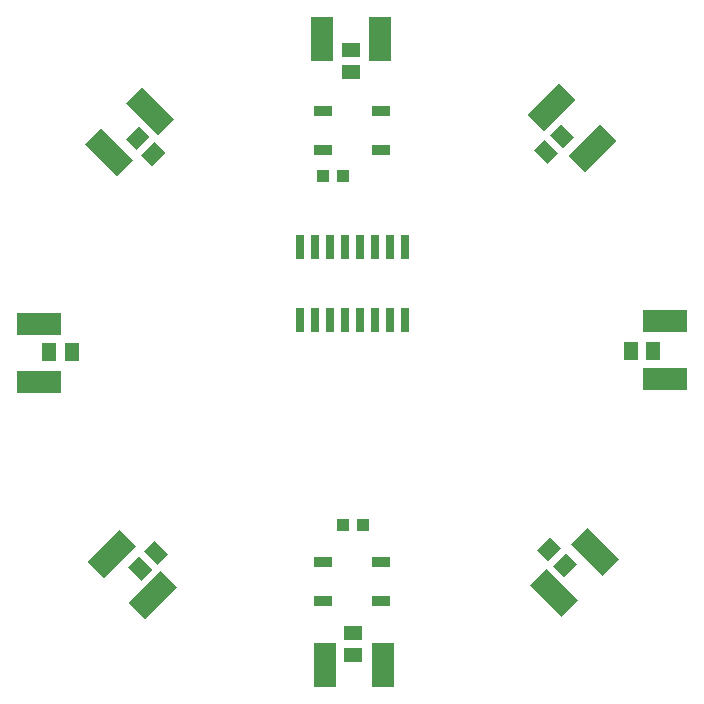
<source format=gbr>
G04 EAGLE Gerber RS-274X export*
G75*
%MOMM*%
%FSLAX34Y34*%
%LPD*%
%INSolderpaste Bottom*%
%IPPOS*%
%AMOC8*
5,1,8,0,0,1.08239X$1,22.5*%
G01*
%ADD10R,0.660400X2.032000*%
%ADD11R,1.500000X0.900000*%
%ADD12R,1.930400X3.810000*%
%ADD13R,3.810000X1.930400*%
%ADD14R,1.600000X1.300000*%
%ADD15R,1.300000X1.600000*%
%ADD16R,1.100000X1.000000*%


D10*
X77640Y383666D03*
X77640Y322198D03*
X90340Y383666D03*
X103040Y383666D03*
X90340Y322198D03*
X103040Y322198D03*
X115740Y383666D03*
X115740Y322198D03*
X128440Y383666D03*
X128440Y322198D03*
X141140Y383666D03*
X153840Y383666D03*
X141140Y322198D03*
X153840Y322198D03*
X166540Y383666D03*
X166540Y322198D03*
D11*
X97468Y465861D03*
X97468Y498861D03*
X146468Y465861D03*
X146468Y498861D03*
X97535Y84118D03*
X97535Y117118D03*
X146535Y84118D03*
X146535Y117118D03*
D12*
X145193Y560036D03*
X96171Y560036D03*
D13*
G36*
X305089Y460564D02*
X332029Y487504D01*
X345679Y473854D01*
X318739Y446914D01*
X305089Y460564D01*
G37*
G36*
X270425Y495228D02*
X297365Y522168D01*
X311015Y508518D01*
X284075Y481578D01*
X270425Y495228D01*
G37*
X387016Y271840D03*
X387016Y320862D03*
G36*
X286433Y111425D02*
X313373Y84485D01*
X299723Y70835D01*
X272783Y97775D01*
X286433Y111425D01*
G37*
G36*
X321097Y146088D02*
X348037Y119148D01*
X334387Y105498D01*
X307447Y132438D01*
X321097Y146088D01*
G37*
D12*
X98790Y30049D03*
X147812Y30049D03*
D13*
G36*
X-61527Y130430D02*
X-88467Y103490D01*
X-102117Y117140D01*
X-75177Y144080D01*
X-61527Y130430D01*
G37*
G36*
X-26863Y95766D02*
X-53803Y68826D01*
X-67453Y82476D01*
X-40513Y109416D01*
X-26863Y95766D01*
G37*
X-143059Y318193D03*
X-143059Y269171D03*
G36*
X-42501Y478585D02*
X-69441Y505525D01*
X-55791Y519175D01*
X-28851Y492235D01*
X-42501Y478585D01*
G37*
G36*
X-77165Y443921D02*
X-104105Y470861D01*
X-90455Y484511D01*
X-63515Y457571D01*
X-77165Y443921D01*
G37*
D14*
X121158Y550774D03*
X121158Y531774D03*
D15*
G36*
X289265Y478886D02*
X298458Y488079D01*
X309771Y476766D01*
X300578Y467573D01*
X289265Y478886D01*
G37*
G36*
X275830Y465451D02*
X285023Y474644D01*
X296336Y463331D01*
X287143Y454138D01*
X275830Y465451D01*
G37*
X376784Y295656D03*
X357784Y295656D03*
G36*
X303000Y124873D02*
X312193Y115680D01*
X300880Y104367D01*
X291687Y113560D01*
X303000Y124873D01*
G37*
G36*
X289565Y138308D02*
X298758Y129115D01*
X287445Y117802D01*
X278252Y126995D01*
X289565Y138308D01*
G37*
D14*
X122174Y38252D03*
X122174Y57252D03*
D15*
G36*
X-47395Y110438D02*
X-56588Y101245D01*
X-67901Y112558D01*
X-58708Y121751D01*
X-47395Y110438D01*
G37*
G36*
X-33960Y123873D02*
X-43153Y114680D01*
X-54466Y125993D01*
X-45273Y135186D01*
X-33960Y123873D01*
G37*
X-134722Y294640D03*
X-115722Y294640D03*
G36*
X-60858Y465808D02*
X-70051Y475001D01*
X-58738Y486314D01*
X-49545Y477121D01*
X-60858Y465808D01*
G37*
G36*
X-47423Y452373D02*
X-56616Y461566D01*
X-45303Y472879D01*
X-36110Y463686D01*
X-47423Y452373D01*
G37*
D16*
X97291Y444119D03*
X114291Y444119D03*
X113801Y148590D03*
X130801Y148590D03*
M02*

</source>
